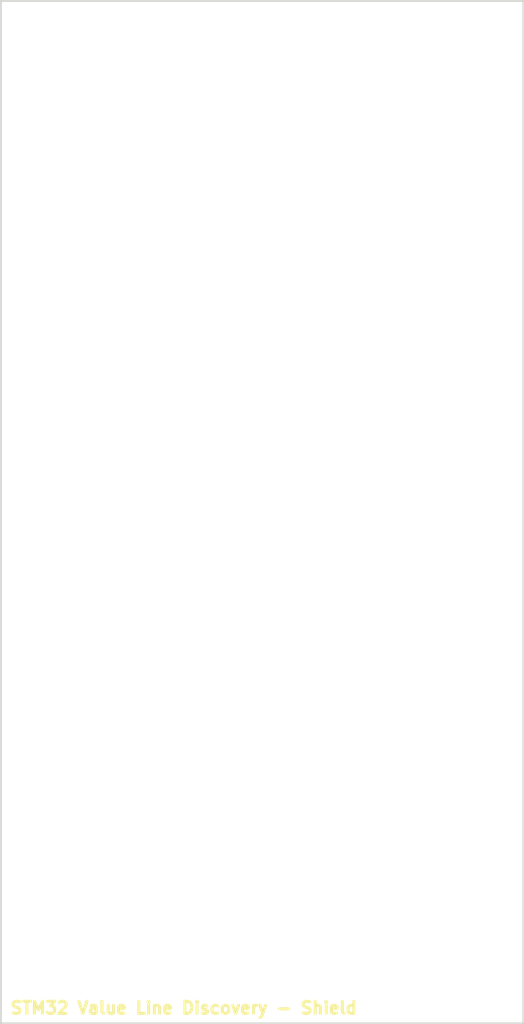
<source format=kicad_pcb>
(kicad_pcb
	(version 20241229)
	(generator "pcbnew")
	(generator_version "9.0")
	(general
		(thickness 1.6)
		(legacy_teardrops no)
	)
	(paper "A4")
	(title_block
		(rev "1.0.YYMMDD")
	)
	(layers
		(0 "F.Cu" signal)
		(2 "B.Cu" signal)
		(9 "F.Adhes" user "F.Adhesive")
		(11 "B.Adhes" user "B.Adhesive")
		(13 "F.Paste" user)
		(15 "B.Paste" user)
		(5 "F.SilkS" user "F.Silkscreen")
		(7 "B.SilkS" user "B.Silkscreen")
		(1 "F.Mask" user)
		(3 "B.Mask" user)
		(17 "Dwgs.User" user "User.Drawings")
		(19 "Cmts.User" user "User.Comments")
		(21 "Eco1.User" user "User.Eco1")
		(23 "Eco2.User" user "User.Eco2")
		(25 "Edge.Cuts" user)
		(27 "Margin" user)
		(31 "F.CrtYd" user "F.Courtyard")
		(29 "B.CrtYd" user "B.Courtyard")
	)
	(setup
		(stackup
			(layer "F.SilkS"
				(type "Top Silk Screen")
			)
			(layer "F.Paste"
				(type "Top Solder Paste")
			)
			(layer "F.Mask"
				(type "Top Solder Mask")
				(color "Green")
				(thickness 0.01)
			)
			(layer "F.Cu"
				(type "copper")
				(thickness 0.035)
			)
			(layer "dielectric 1"
				(type "core")
				(thickness 1.51)
				(material "FR4")
				(epsilon_r 4.5)
				(loss_tangent 0.02)
			)
			(layer "B.Cu"
				(type "copper")
				(thickness 0.035)
			)
			(layer "B.Mask"
				(type "Bottom Solder Mask")
				(color "Green")
				(thickness 0.01)
			)
			(layer "B.Paste"
				(type "Bottom Solder Paste")
			)
			(layer "B.SilkS"
				(type "Bottom Silk Screen")
			)
			(copper_finish "None")
			(dielectric_constraints no)
		)
		(pad_to_mask_clearance 0)
		(allow_soldermask_bridges_in_footprints no)
		(tenting front back)
		(pcbplotparams
			(layerselection 0x00000000_00000000_00000000_000000a5)
			(plot_on_all_layers_selection 0x00000000_00000000_00000000_00000000)
			(disableapertmacros no)
			(usegerberextensions yes)
			(usegerberattributes no)
			(usegerberadvancedattributes no)
			(creategerberjobfile no)
			(dashed_line_dash_ratio 12.000000)
			(dashed_line_gap_ratio 3.000000)
			(svgprecision 6)
			(plotframeref no)
			(mode 1)
			(useauxorigin no)
			(hpglpennumber 1)
			(hpglpenspeed 20)
			(hpglpendiameter 15.000000)
			(pdf_front_fp_property_popups yes)
			(pdf_back_fp_property_popups yes)
			(pdf_metadata yes)
			(pdf_single_document no)
			(dxfpolygonmode yes)
			(dxfimperialunits yes)
			(dxfusepcbnewfont yes)
			(psnegative no)
			(psa4output no)
			(plot_black_and_white yes)
			(sketchpadsonfab no)
			(plotpadnumbers no)
			(hidednponfab no)
			(sketchdnponfab yes)
			(crossoutdnponfab yes)
			(subtractmaskfromsilk no)
			(outputformat 1)
			(mirror no)
			(drillshape 1)
			(scaleselection 1)
			(outputdirectory "")
		)
	)
	(net 0 "")
	(net 1 "GND")
	(gr_line
		(start 76.2 118.745)
		(end 33.02 118.745)
		(stroke
			(width 0.14986)
			(type solid)
		)
		(layer "Edge.Cuts")
		(uuid "37ec1b25-47a1-408d-95b2-1703620fbc57")
	)
	(gr_line
		(start 33.02 34.29)
		(end 33.02 118.745)
		(stroke
			(width 0.14986)
			(type solid)
		)
		(layer "Edge.Cuts")
		(uuid "834c32e8-eb4a-4c1c-b06b-deca97b38e8b")
	)
	(gr_line
		(start 33.02 34.29)
		(end 76.2 34.29)
		(stroke
			(width 0.14986)
			(type solid)
		)
		(layer "Edge.Cuts")
		(uuid "dbf700cc-c4c2-4f71-8814-a000c13832a6")
	)
	(gr_line
		(start 76.2 118.745)
		(end 76.2 34.29)
		(stroke
			(width 0.14986)
			(type solid)
		)
		(layer "Edge.Cuts")
		(uuid "dd9c4c07-fc6c-4251-84e3-d41fb86f7555")
	)
	(gr_text "STM32 Value Line Discovery - Shield"
		(at 48.133 117.475 0)
		(layer "F.SilkS")
		(uuid "f94f635a-ec48-4859-8c8c-e5b1d2827fd5")
		(effects
			(font
				(size 1.00076 1.00076)
				(thickness 0.25146)
			)
		)
	)
	(zone
		(net 1)
		(net_name "GND")
		(layer "B.Cu")
		(uuid "00000000-0000-0000-0000-000050827dc8")
		(hatch edge 0.508)
		(connect_pads
			(clearance 0.508)
		)
		(min_thickness 0.254)
		(filled_areas_thickness no)
		(fill
			(thermal_gap 0.508)
			(thermal_bridge_width 0.889)
		)
		(polygon
			(pts
				(xy 76.073 118.618) (xy 33.147 118.618) (xy 33.147 34.417) (xy 76.073 34.417)
			)
		)
	)
	(embedded_fonts no)
	(embedded_files
		(file
			(name "bitscat-template.kicad_wks")
			(type worksheet)
			(data |KLUv/WAzVK25AU5WBNIMKMBIIuMNLFcBAGS3TjIS1COGQYDc22QfvqRlMrZ/wA5dMAiCIBA1yUEn
				DacMngwS1XJS9pir1Gp6uatr46Gc+0qskDuGYQ0/XpbxY0CYFrkp9sgCGHRtabo+b3lWuMmXRsa6
				IqBBpOQDqRw8XuKT6I71/7YBZssbqW2tJld4qB2qSIBvYFmG9/2lCH7xywyKBTVHN9slv578vtjw
				IGFF+XvZ7qFK6bfRc9lrHybpapgM7qH+rcVLqcWBI5d68Lee9NfNKLb0P+J7vq8kwE7U56X3CKEm
				WayNPRKmwmzZfITVDAG4Tmt+jFuaQb82KR4Rix5YvMf10LnP5gIBS9JnmoGRuEVzkCRk3aKqAHKE
				nh70Xu0ReBM46v4ZkkSnPRADZZRkyRFMKK4iPyAXIQyRSLGXdPWkHJjJQOXBMTo97Tsi1Yp952kg
				fT9Fx0cx6/K8BVKkbc9aoATZWq8o23Jy7J+dIgSD1KDIGkeLn6OSiwJd/TJ1bU988po2nxV/ekT9
				ip/wVsMl9hlhAEH85qRCoSdNYeF4FnS3B8VIDYOV445CHWJ9n3vGWj6mdByohOSFqNl3tLcMpkl+
				2aHmwCKInL9S5GhbJInXp8dGQWcyI4ER9ef4gBi6U0L149m0u9MC8gQTWUwwjg28gcFEV5+F6+LX
				vRAICpkWqI1nU3fbG54GEQWm/8AkLMmDeW8eI8zIQjnpvUl6r62YMY6nnPAFBXavs2+DO17lYsGd
				3DOTqAdtZTS/lgm57U+dhEaIw3Gzv0qFc1D1yz8PhrsSoUgT8oUtpx52snvZgFL/dUBBpmUcQz4G
				EKrJ0lRi0FFwGKZuaVWzMc3JxhTQq2jqsxUfFDY8ISLNQtFREqzgN/PqEcMx8bwTpG4y8KLxf42x
				vkIwg/r5+k6cCcj/j4x0Mb7IcI3enQGR+Vta1RmE0ZDgiWjjPRlK2ni4iZe+F57fCs3h5klogfSb
				J/PmpR1hHLBkKrg/Ja0rFvM5bb3kEbp83ayutkcXwBSM0KRH90yyUGk1coGDO5DPLvoH3YjXHwgo
				HZ+4aEXaJzKHqcgb6GYnRw17PgoP2sR92YgqpEWtZPFHQUeoFNJiUevhoKDrv04g8uL9vPEPCTxI
				ixLSjA7k/T7Z0nYIEYVfjkyQD/MQdHrKFVCMBfEweCR5vNLeDm8k/9aYYDvzV7vw4vckin9T9ufT
				EdHEHw3TrWPfu4XiHv8PfFe8RGJAGBbBtWZR0GvnxSmIeFUUosZy/tNWbWn3amiQUMMC5l3Lh/oB
				kxeSOjEY7YNfKmTVkL4wPglR845CJMcNKMpS0nesFTAiBiht7Wg0I7/h2zW0Hzc3Wo/DIeFuI8Xq
				HmjLagtZXtAvpiEcz4sbYtcCaihcegJpdKW5ZPm4MDC62EZo+cMnaBdrD+Gmk86Tfy4MvyOIiUL6
				RygZR/1eJ+wCQlKp3x8SBtYoOArVRSgKv3gd1m/89Zht3SaE5FSra2XuC4HcuU+qlKwZPEdG2OtZ
				CHBqB65EIgIfmGdiLjXXL97cz/rcV1XegYvewgWfvrSxhzRuLWHrmwhWMhbvDstTF1Bl/EcSedTW
				gxkFVdYaH1bueT+3cCrxSPqAFOg/vwQ8VJDM/fcha5Y+m0RU3lESLSOKk6LZxRxTB3YyYjMrAiDF
				5m1l6sFpmaj0lrj77H8Sg7SmzxT39om+8PLZ3+luJbNlnWclVCHScb3fMGI8VEDJ5D+Qn0zo5Hkr
				pkAGUPRO1m8zzRJeVzrPICU5Di4sRNree1nvdjytK6OCv4ktvNWNO0kMN/0YQnCez77iGyXu6SgC
				duIFvDNLupDLph2j0c/It4+VvHnxIjxJiERpVBKXvOkl2OtdmQRl1AVBmFDWtUg7G1PdZNUQegse
				KKRrBaedPZKAmbVUiQpOh2G5nMX4+EuiVaSHsMCcA0UlClqMk69eny4joYFxVoWkEArTpxXopNWG
				hAevMLJdp1jsI/gZY4RLGo9NeAQCEYO/OxsLkl4FWZqDiAIvjCCP/2GBfaxK3ABk8Jm9MD3+RguK
				AIsIdzRIz687Lt4aEq7Y+S6wRuB85LR5hI3AYJUExRIqNAipR7wj4Up4CwzbhiRBk1SouYZQKTcx
				KEJl6yx+oYI3uSE/QwVeQQcpRk5iO65FYsVejUNBYMp3DxGYRlGZlK9o3bFKMZsCNBXog4mD1zD2
				rHxW/Am2VuPFkYEXwSiK6vnteAbqdtkhck66BoV0/Olu+TORiZI6EdhADGwzcvivgxmG8VLBcPOE
				LBfGk746UmxGuJgyCCSuddKebZ/xVgrctG5Gulfo991HXziohDZFEM7t9uXVTkjLLztKU+Vxpltz
				x6velwO8bUiBgMJaXO7r6ALIId7SfNsww9miD5MwBAK5UxQ6ElgW8igEx2BXkahRqedCyLwCVwmS
				hUx5eLzvpF3Er951JkqBIQ443vr53h9cMfngGE0z+G9w/VpSf9vtAQQHy29v/rvBaAf6WlbbgYH1
				L1QcQFBu6qiQwe9f3tFu5Wy6Q0cSWo0K/Ov9F1ngAGYWLckwXn8jjcvqFtJWO8MAzjxvvbgjeq4E
				wToABRs4GOjvR7NjzhIKxDQTfFziC6v0EJ3FOAiWIJxQ6ZsLrKjvpcpFTVXaDJd2Y40VpX1i78Vk
				wq+39JNppcgyM1YCNlAMj4kJkXAH0QOzMJA0eAVd+1FLfnS/iMB78uRhYrDtSRroR1ZAl+ZAQCFP
				ZzQPpSBYqQAT6U5T0D6TblNfyI4GlBi6UdTwdv/wjkNXSLaWgpCP8QXHflH1yCF/DJeYWGXxCl6w
				D9ujUw6QE9IjstMqq3skjo3/aqktEiXS31EQwuS+oxJI/x/SRyLmmQhOi31+SqpEap2PDrJ/MyR1
				NA2EKpLIPVvO4pUoj6J61UMkcFO2xBFAZOQ/jL0l1KtaFJbF/FQs55JNFN1g5N76QNbY0DlgVGzm
				iLQyVwyiOAUc+4fFfgEEAbI0DOzN4wTiz59DQh2EIbGaO9mAKREFwi7c8WREZeCAGOQHd41FySTS
				ERzl+lYH9/SWSbgwBaGMv3ICX0JOEVWRLXfsEUuDjRQGzSQWtJ2SHCLFYvEjMMlWEAmeKLJHLyg6
				ELCh8+Bc3n01PdZGSBAjEaf4SXkDYizdA9r49g4FPaIO0lmlTjSkO1ZIxvEn8NKMwgeDgUBy7uZL
				En8gnBP2Oxi1WnI1zgV97CtrauTIw5i4/Jg/leUGIEx/C4+lYsEeTJdBkQnr7rPZHywiFd6y0oPf
				vxXBauNpEAZU+VL7faRFU1sf2AanlA8NyQBRCPVTkdo2QlBDyMffGezPibiJjDcgKhTnY+0h8V4q
				AYf93hgsOJAG8RSuMVsNbhUO6Tas7EhCARpUg+cHrqk1VAZu5NlsUVhzlZOQZsUPsFM635e8bl89
				NRLl29N+TWgA2QiCJ6BkBVELYMfwgIQzA7HEoRiZRkynYXy1N7MNA5FokDGYchhA+q8nRzJie6Bi
				IA3eExc8n0iYPAf8mUXT1RUokJT31XgEIiwEChBEBUFCu19k48NhKoWMwDAwJiTxaoEtVc01nKbU
				sV2oEoHqDbgBwhkJGA7pXmXcSFTJ/Tg7Bmdm7tmNE3to6MElniXGo4HgzLTyjsDydBEBg2gUxYHM
				gZJFnK6EKB23PRULsVk5NBAChpSKgDgoOIEGT8ZWKGXaDQgCAkOwDkxBwuHO4rCEWACxCB3Ciz+J
				QiEo01KwEtd9uBCII9J8DJ3hB3IX3uP8R2mHpY+qF0FuKexVVPSMKXQAwsvbGKCORwCrvi7hNo8m
				EkloV/cAGY7JZYKT5F1e1yoX6pK1X+n+C5AKLgeeWaflGdSF8/n55E2FfeGn8EjhhdkGAQDAmazT
				19fzVcsGW4v3bYZOTrQta/vxPwclFPy2ZzmFLd3jcJgKwADSQSYcAcFpnqdhngMWA8yVLF/B4IDB
				c4CgacmFI0UMDnAeCNto23cctTTR3ERNQ4gIB0QCYDm7GmCiDgMSjAfbIA1oDGiWAx7HAMLTOAOI
				OYBZmOcAiDGgaQw4QMJskK3ZWBqHKWySJmGQ7YLNywFLM27faVxeDhhUhe8KklR9UcQ82m9SZk1r
				OhmgMaAZHLAwUlawCqsjLTRMwyRSAxymiX7RAc4AlAUMgJOdAAxwkIsGexrQMFuyW5qBJ3XfTdIv
				sbIIAwYGOFYoeRDTiyIBGIAJwAAHw1ws2JI54DGAOWBpNs76PClMgP5sYQogAOGBDoAMGEDMsjgH
				LIwBzwECaAFS4XUCJPD7LAUQwIADmA5SNxoNScN0MMzSAMmZOt6HAmoMYF7SQAYsCMTCOAUAAIM9
				GQOgxoCXbQXACMAAR8R0IBzQ4kCNAQsUAANIIo2SkTYGOEizNQ1YDEgwzIbJaLClYzVgMWAxwNEg
				Ha8ABGCAuSAZjtJsLFiHg0W0rAPlaWNhDGCkvEEuEuA4zdUAEHPAYgDqSKTdZKSrAaADGAPMSfo6
				IqajAAAAQADah8N8lwMIAkiAANKEmYC1FYABDdZBNkyGyQsAgAAYIGIYxmmWxgAGm74NE1IAAATg
				VXsCEmSZqgUIU0R9hslfSULB4Lt+Z494srvfgoTXfNrsmqZ4YWIpoo0qx3+8ImbEpbW4JIc1i4Jm
				tWGZzAnkeWb+i3quv6aBYQKxyKqtLIozqgfvCKu3xy7yqUJ49Au8dJtBYf50TfLUtZF7pg7ywK6O
				m7/BUJrAt6zSHzlOLiLzF9xyrc6ADDhiFOZbFn+WaGAm0h9TUN/gRsNqtissGNhEyXWqDFCKIn/p
				LSSO6CK6HELOGdKmzIxxLhaYeaCAHx9osdQRKxf/teBlc+lQvi6GvVzf0H+lEZomjswVFDCPxNxY
				8Ys9wszDq3nnBDlp2pNpatECEd3+l0/wGKfqUFgNOcK8LxWsveszAtj4ikuutqxx46S8nL/uqcS6
				ATP5M+Hwzi7GATvCHmLHYZ7j0mLDNMcZPhil3r+kEBYls4Zh+9wTklfQD2naSSDZHIFJPEwbUEYX
				v4I+UMcbR0IC82DqPiQ2VFSfkrlbbSNh//+/H0wGztY9Jh2bpUmD0Balt/+moP2Xb//uJcSrgvD4
				DiuIgA8neE3h7eqpiDeNz7/SE/qY2H9oxf8q05Bv1HWa+6KE+2B9w0dG93nOUlrafzVhd4mQq4bR
				CrSZDNmXINRri3yQOv5Lb2QeVvFIoo3+D61HohEgnEZua1svkUotjfQXLvR9CeZG8y/uvaLAobCq
				LsTc1rL8UiTy6P2hY3WMkkzkmHs0/52VHteEEUfbWlzV8zSp0OLRL+LHgn24hPT8L8DthIinRopT
				7tJIBY+f0WqHM6K3VIHgY5U8HuiA/W9G61Dagxts8tbhI0mVLp+LPAFfVZPl0ePP/qPyxOfZ4XhR
				WR72SBKrPY7VGaDjLCr9yy+M59CO/2EaWA0IQxLlj6kj+PGXp94LKAJMpDC6jrIDauq/glHWK/Jl
				CSmRxpNveDegmPAlBSYtKD1FoGiExBLQkLxk7ltBITA5gUkja6MEYVBOijNlfpwfO0sl1nr0nICg
				cCJOilbG1Hfe1GNQoQxRMXZVnwykEOtRN9/5hNQzwzZRcFUUef7UmomdypfwIFdpYoLw3CrwMZAE
				8/iRfV5znMiDn2CQjm5tJWuz/aM5yDgIzz79BSEFt4cgiJhOQPDS9PEuMwZ3vRAKlzOJGid7Gorr
				uFxKVtsISeGNmUH7M8K9XptzXHzoldbDy6TXkWlzNoaHZ9OASxsCeS8nKowgJv/fzfEKuVsVtQTM
				RYOe6uuT0xCxsB7RvUXVmo4QQMjZsgdvU8OSHJVa5JBs2/d/VGfuuKPwgX2vXUjVfKZc1vrZHOYS
				AjxJ6QpkkxMzcBq04tRLJLjncF4F6p9zxPcL49eT2fVx4F1+oESxT8VmPsGMHL3eAuLnnPhCVxU7
				DyRHFM6ufac/7rPuOM6CkyKPp7JPUv2j8pu1b5VJdkQQndTSO1TZyCQyUGmsVqKTzeIXQxDo+N8c
				wvBnK4Lx5dn0g8v8kqeOhS54UCzhZ6XAGs5aw1sulkTRlILq8LrJAzo+FyO81RucYh9hc+mV0wRv
				E//AAIP/viCSwqOu2X2JwRWIooR0A6V8NBZt3u+wtoSH/GWffxc7Pe4S7Hgkm9rwFFdHvQthP4mw
				0aBlEu4Zg8ugwUsBOUHKyOgaTbP0Q0XWZ2z926iehXs1UBlGVV5h9p6JP3CvgEbfwLlrT/eM5SA8
				3l6WVOJLLGbAMHFnEta0qvGtqpIpGXb6vGRFqjjOHHgdlyk9xWgvkzOW83oy9rn+A7YPDQcz/eTF
				R9PGmHofDOKIo2gKS1ivXhWRZrLriXZR2nMyUA4Kw2QaTpEc+fME3nILZTMUM8/C7pwwVKCAAQLz
				QCS4tzjewUTrmaXEBamxFGcia1VOXWwkkpPxx0GY3spEaFuf8Ma73//drNSz1SnupuDudBVLuJ2g
				6jATqPbVi25JczOIH1hDMmG1rLvP9pK3/j1ZVDW9SfpcGOKlb+mzjSa/+GSJI4k6Tnz4Vs7tRMCB
				NcxClQml0Vp2I2bDjeS6xXJ1EMLWC3+eoCFWC5TrfqI6GZj3e2AXYMxSrkHgLdB8FhTm4ybau69p
				GrY8raZiI7D/SZ9IjuTxw/pn3jMUNC31HUAOovk66PFRXB4MGD30/PoDC/EXz05MkV1AOOdiJ/NB
				w08amDRirEfbEXBbRiVKL7AoHjLGqfFPsZHGgJCenD5r/cIzNHbekxseEnx7/IKNxiAcDF46Gatr
				n33XIEnhvvWNytreZ7KLDTECFSgYjBDjUKR6DLMLx4ct2bMxzDuvz0hs0WCID+zhDL+plzhzHiBv
				QJG4BuIJYsj6ekGU4BdPOkBsdQgsiW7PgQtepItPi+y3x2Q4qLA8MyXUhsSjgIFNnTDEprLCSHNx
				bQ4uCjqwrDAkEPzvjlJ/LqZmFwglchK8lQgQqknPClK/JK695C9SXSgOPHwz5x+V7fiI1G7fNy5U
				imiusT591j5uzDyzU1efzT16qidsA6Oh8AHPZTdt/igOb0jIZAh5XhHSNPAMEgOVm5SGLU3YCo2o
				hTzO7X9SEaXDcyerGwbqDyTSwFEcjlwTO7COJMHPOyMNzqJ9u2xGiP1pRT7fjamzX7yZIhZrwMIM
				tvK6XxmJYjgLENff4MWaKJ7/4/AYZ7yDkNmt4tdAiLCA8CK/meuxkUp00cyZd8avgLyIW36ziQcy
				u3frkq1xxMPMEBW/Mnvq/r0ZPMYbKnsoUcSBH7kDOazvNmadpicduDkgLI2Emd4ffMVZNhTvdUh7
				Yt5ghBTrmJ0jVGjTW3/AGNYptiyKGr/A8rne/xFpYkQ4zTvoZ8AI6tAjlf7GmGkyltVvHPqWeF+H
				N4k3Mgt3YJC6xuWIlzjWTaTHCyk+Y4uYIpt9+ofKq76B2SBHWXve/ouOfzDVaUsxxcnn3sWNQKY6
				ELIaBZP8CwenOosfXBDB/+6PULKIaMm4YNKep63cMgyRrPhOSdwiqVK99p06nPp5CSVx+6gsyUBW
				Y5BHzD36VpwBifyb+T8WZtFZxOTTHSkcpJ+gqaevA4t0/0fELAL7R/xd6Ejxv8Ybq8rl9288ZKM7
				8OnfxERAXT/+g0YcUP9LjteZiCPdhmvBCVAzMWESCE40VhQf4Y9QhQsi44MLGtGzfWIa1zDiX/4f
				KydqgHBI4K1UyyiDlTPwFGzVq4/DiTEqfIlDHLtm99zNdwiO86hHx+wVnE8m/D189BMhMrmvZDKM
				qk79ljXNp3QzDdyh+n/1x02GtJloL5aOVeK3XqLyS6r6PRHsOlj/zTkY92hpY4euWWzcpd1xk02n
				xz8NRUJsGgdEa1hAj0fFrgezXZuMi2T159CqWPzAuDVeY37G2Aw+BYLrl1q14leUdUkT3wdlrQ+O
				Pvn9NchwJKc7eARnEBJxg/z2jOcgNwgCPX8gfKPoJVwSeTaXV4QbPOLB5oDIuArUPz0HU+gzw/k6
				4wbVM8WnE4ce8uA/11uW3oFyu4ss1KPOGhsP4/dsqTMOWi6eXhoMiVOeZ48wdau8/gUWwgy8lvVj
				F3gJSx9QaY1afIMDXXm4zYmAPdYW3EwWRHMrEULbNpj2whE5Ha2ZheYGwbPnuEZ13CVRa6Er4WGo
				hFp8V3IE4oVX23qqiw2mdAJdorgCg8n/xvpzWL+rwqBQTX6BCjzQuJne1caeoyjxf9bGAMLNK1QQ
				fdIqfDI7cu1RzcpbsiYZ+aCa/DZftvA+MYyKAOr+f9FS/iL7x2mz7iOpIg1FKLiKTD3zDVPrPXGP
				zjYCsnQc+/QPkfY4mpila1wlj5o/00XlJz5x6kNh8ep31jDeIsl2UBwIsvFJS3GUO94eKBiRTFyO
				e4OOnCaIWJt6ttBwHDRHADpPflCDZi4END7wbcSb7Fxuy5pFnVjNNwYfW+MmWi2ktzDQihlg5lht
				97ONPhLZLx4OlTr7j/ocSeJhSEP9mRk/+xBhqxN2S5w8Ba5bPvfPS+Ks6DpIM02On62akZHoTF98
				jUfSXIvvH9rxN+dUp756nng0l9ZH726Pz0kcf+tBm9xNRLT1/6tESClmy9JxFp94A1YQoJ8C8nt3
				UytGoYTADyn6vYBPBIJ16AWuMp9eAt/HeFnVb716lmpFCk8e6PNUfp5P68CwoxSjY6Y51XTDqkUk
				ohSZuH8HN2gwUznFmOOS1yRu/Oc/kRnAlxo06aSA5kCjlU6UgVWOl6inuEUt+BcU2ih4jaaoZgFl
				ZOKK1efPSk5HixgM8XtawcC0JOnjKoYksotjL5G+wS2Ftii/sHnCckhmosCIXIlPyxs/k3p8f7pM
				sLdKbb6IBked6wFdPB1wfcJQDvlL5PStLwMFi2UQ+Bnk7HkDB76RnAQk3Dq47X9ZWNbq44+9iQKb
				Hr+xNgU5afAFVrV2VtooeTqGwTFim8QO8dEblg4o8DsPcXUkKk44fCHHexK3qQ9T3/j0h0EqWUy8
				JX1oXhFSsPFI30tNvOT1bibp2mTpfNRCb/7j6kuOSqI52SoSCO+5qscr+53uL0INn/hr3V6/pD+c
				yUjL8Nmn3eLfQDZgMCdDIqzgQ4FY4kSmpX0F8198+s/mIF7lhsddLHvxbbW1PqmMI9GuZX5Ia/jb
				mB+sbBoSe1DAKKOr5Jz8WMIo7RCav6AkBLIo/CGrn5oxxpw9+Z5cA0/idlVv4r1y/GKFI5WFuTtC
				uJip3x7UmIhMDsMzpyAdiGBbaD27IEwn3Udc43vdMYVEARl4iBKrE0j5ysvRzUvUwUrg6y9p+m9H
				nKa3biI8fPP44caCYE2/Xr7Iab7x2U6sTAc9HLLHoNVmctvaMgRWx8XMZ9uEtVJV/C+5i9bQbtQD
				CSAdaf0CypdoNboCwX1iLDDEjTGhun3aA41MMImEnvF1sB2gvF/ULNVcdCzP3qF6sFdr5NfWm89Z
				1mQtKLw7rtPqVQ8BcYBYdDvl9bgdDvjfIHB8ZPupU4HD55P/GDfC8q0vYrBwcCgPz1zqzhQEC48P
				zzGGt6Lg+WX1TP0v1G8ka1INl/U0Il1e5u/FETWft37Xs1AZ0+NIfCgIVWIpXG8ReoNbVh84sne8
				jknCyZbGnc4EQeAOjGn/e4X3di/w6h9gTnwJSU4jbUkqMUH/Fz7xfMyTj7q0q+ciWvXS2zpOJO1F
				vygosx3/rmTRQtQ0DxRYY8QxCUjufzsVLjyeAtxRs0dLb8nQ6sfa69VyN0/twqRzwPeep4yOBz7/
				BDse6V6/KJ+REVv11J4o5Qr1nDGVYpAbmtvj9+YycuH+Yn+DN57E0iMM05b+CXS8CSGWcAQhIXy0
				QxDzr4umEbOCxc66YWu07u+MvxffwUz/aX3w2Q6z2ZZnSfGPxQQ/QtWpzU8lW9DI7veE+L3bD4rb
				IFn96qdt40cQwUwoTEw5uamFFC8gSTw7YQTPP4YGswFL+NPue2lQgo328WNOGy+9OOaZ+a7PWj5R
				n1OPr/pQ8LxgYfPF42LEPaK4EChyEJh/O8r5v9EnAX4/xoMSj388Qop6xar5DktHIr//8FvYQDPq
				6PQNKrZ+d8Q1rS1DKjqJEDh8gV/qSy89ZMwgGJtfKqwfO/13L2o9RQJzSb/SxKjdliJD2IhgLqgi
				WMLh+kbEXo0J2XIP3lSXdP9cEhFMLvGo10L7Gn5ZSb93wNJlOTz7bXsg9oTs++RK8L+MEolfAoG5
				NwyNIbFg/nGPmSdF/n8HiRIyCSC1Bf8f1/D+x5WlEtXwDcz6r+d2Ux3v9hyX2PF8UCJowSrxjyRB
				FPghv0gM5vStlvPtIKUec+wquN9u5MGfWyXHBN7J7i4Co9/qGA/8908gNLfcPbkFE0HEgq9xlV1P
				vnWuXRSYPX03EbJRqwUOaQ7hs7icGifTDe0n5bQ31/4xmQSYze7/JT141JikvwprmuNIzvOfS4RK
				G6JhBlGjEtEf+O8MNMGoCOD0n/WYq2IKFJvWJd69AKzCV6mPHmhDWH235fAh7ypzrl+1ipVYQWOi
				oWr7nwhqq1jkMaMNIzuKCmnw+tHuEIynH4NYBHgtIph5ZJFZzKq4LqAgpeKOPnb14Ye/xd3CFBl1
				0oLGyMtPAooXlgmXWPQXrJ0+uuvAu+o0s1vV/Iuy/sw20t8d90BuSh2X5NLsYzqR15LTooTZjRhk
				J5j32FkH97mo1vIpaAz6albi/umQwskaXIVsIELH4BHcDejspdc5zcbc/OPKi7nv3mYJfA7xo+Uc
				cX8Ba9iNh6QJf1X48JWedR+kvzPSNr/9qL0WhqsKZNUJKgP93aHlPgIPBBFjM5/ABlefECdnmS/V
				0SCeHo1/arZka1qoTnFwc6ZKXgwubs7xmkt0O/3yrMSdUuBum8LgO/86Dq/Qrc8X3TxYd5uMRhE4
				VJ55jj3Y+Lnx4pfUU2p9wVsTL2QR5pLkDhpc/ViC21efBFj9sOnJG7MgH26wmntD8Yv9Gfk/apnN
				FgOiAq7wvylCM7FSf1QGh+E8S2lTu6VGjYC8mHmyUfgEWj5HWAxch/v1WQmstAeDCUcAMf/cTSIg
				yDtwfNXv5uwOuCEGnvBk+7GJb3sUaMzptcgjHuN21253rAP92r33vi8KXMf7E8+qC4XkSP7bEqjY
				4r9pZCkwOgJ/HwEZBoNnOFEmEK6nEvGegL7/hirovOFJD+Kg7HgPE/AB78yqGIWFZAJzh6RRGpof
				SSQTjOH0cyVJ7gbPZPKLx8D4/9h3edAUYp623uLcg1nQCwb8CuiYSPypYngSnfipwrGw3qnbd56W
				1IPtTB0h3G+HVe0RlwVIA2MYMVEIDW/7hAA1EALKA/t6gXG536CnwU2HiERbAUGU7WsxFCrzSa9E
				NLHSN5gKMQnwIoES78RKPy4EEbYvqRxwDmzJDxYSruaF/PHG4giwDV4+OvEv0eY+5fZ1IfAGV3XP
				rrnIUWrFHA2tT1yMUFSQmqFE6v3g4ONffxMiw3kswu5si1sbUfy6vzEo9HMealisw2/NDR+RFKVS
				OB0Rpymhx5uYIrdgEej/MCskCZpfFBshE3lfg8cwpDlspmalL6cJrvEGi+Vhe8j6gVVuknlFSKEI
				453xKCr4MUIps0QYKn4UKSDeIcIg0/+N4YNXc9OxaB+92oIfPWZzJMQD8ikenXsBHlvHnbK8Gsp2
				2Xj309S4XMd9wkW58G7WyQXCeGG/hMTXY5d0bQrtJRXsHsxhLhAUE334TcGmB5G6wFOMrCU/o5w6
				jPAPVeuEUQ6r+her4NpBUYb4D8MSDu5Z6XmV+kZNWxHNrAdafgQTCwIs8bstPIauDlRk/JbgsEE9
				3thzPbYNSpK2yFVBNOupwI1wmOeIRpD5xwcUC1mkzt/XnAaHptnzGlt3jJdlIKGASDhzLPb3Rw+u
				4xp32+atF+AlL1bsGCZHeY96QOPKiMxuflFISrB81aEyAWIsoq7f0TySVtiCVH5fb8KAwJIA8/Rq
				sOthMPQOStpPWptcxMg3L/3C+9ZYVi9kCSYl2ZJfBR0M7O249OLTMkjI9Ysevz1sgvCQeJExOP/A
				4rN9Pwx6kMps8d3j+ot5lcBlPMZJsWGGhqrz54vHKoYvehhgi7YL/vAv3pbDtZ4vymt8Gqdv/yMP
				4yxE8FgIxbxJdEL7o5tcz3+FCe/FLD3jYLyDbBI+c01NMwnKr80Co1QlAiliu1eoWPbW9toCCi5o
				AhbYV+XVp3L9qv5zYJHmx+/EBR5j6BfkEXkJ/5g/kQnNVkQuNHOvn2zw7IOAHIbAQo5vsgrqStuT
				7pSB66zix6pFIGAQX65eLIRHvLHldJN+6VXIMwSQ8rl3No0KEVENj18tXrC6VnBZwaR3dw3MSITi
				mverytK7hEABBTLJGprGxHe0hdWC6ICQcya0rm1BxpK4w6zsCyCkNJ5MYoyNMrctA3U+/KU49e0l
				T1qvhRhiXSerMDHPQonWkXh6BiX/QZUmWJ06YqEWvJSWgD+HN/YjZpd84FTGoXe0+hdrSfvWIZyQ
				OKO5fnwLgiX1OAlz6g+vIWfxn/L4RnctmHienO1s3kp0nSMr4tj8Oi5r7sRZdvzAM4mdyCChR4rA
				wfLb/wX4EwwilG8nR+ClP2yVRSBQG9salxk2sZda8kKyCe09tmDS4F/HZQFLnVtiSxhMwNzfiVk8
				qOPYib28Adbszv5TeEuZUGCPVmpsO2bRW6PHoJYPryVz5qn+mjxQQYfhtzxVc4qAuSYitIGxOwW5
				0PtYhH1sdX6BpcK4sFhnhzvjbAYxb9FIeXb1ig4sZC3xgtYlFYu+hs+wAW95gSXPhxs9qg7vm7rD
				CW02ipZ75s/KQzyFIvJAetDZXmE5vP9OeBVWuS2KixhqmJ6H+CWIOjqurP//RjJ5IGgBlshK4Z/U
				eLjEIL/orEcT8MPKq1712jsm25BOxR448hMe/RA8atTkXl0MfeNwz0Z1ihT5Lc3SxRru5mKpDx7m
				jp7B1L0Sl4xEJb1aiF7odUZzVC6nW6Y9sL/jwbu8fhJW03DyOxG/OOH6K93KXb3eGFJtqIdNTqGb
				7cAv5gyeuvycHmHC5B488i9WaPsQ9ik7lu9bbyvHl4rFdwPJXaN+8fIMJrFAgUafehEI5g9mAo0f
				Lr5GOdBWewtPUqvNHr1RZCVlvfpFjkSTyYb3MtERVjDl4Be+Tf2K8Fu4fPGzLKQHeq+N9wR7ikd/
				Ade9IPL4VWoYyQxcAXCqTEsi+cVUtJJOIsjUd17DMajEAD9ZIQEwQAAMIAAEWNaYIczjwv+3xCyu
				32LFVIHSKg2EKAvWNhEKvDN4KghYO2UQSxWvGtyIIRLIT1GUx4DgJDKmKx8KpBT0ZzWzGZSp0bwK
				nFDMo1HIiEBUkg/kNQlp4hcOskecraocEAjyFCbdx/kk5pglQcY3vpjcxolFg3UwGUCX459Hc+gN
				UP3KGUcnubQwz5nAIdHtdcFG76kNFAZRThlU/y/8+kQKNakgEPsWJ7MBxMWFjlHQ1Du2t9FEw9iD
				aVjiQsP7JtBTwhjz5NMJgkymR9XI9arHnJCJtD1T/2FHCgLDlYJ7ini4UQbBgDWi5ycrPsXXNWgd
				SOE8EU4CgSoG3eD5gXXSzlkSHuJ5xWdVAGGy15mE9htEEYFEO9COiPnnp5M9JTuamE/yjAmKqKgY
				49r7zD3KeEWYN9iRK4qVV5vLLzFCp+oSr1YdVhZ/KhmFEalweHG/SwYy0b8TVX7plTiQk/UHxngG
				MWF7PHpNvSMjuuuvPVZClAd2qCVLMCQyg8d5PZS0sioVgc+GEPCgTeHl5gwRpCWEn8m9YBR3LeRl
				oZ7hEYRQ6YePmFVgR16uk2tWUfbkBxRIgPzDIr1DjbpIyQ8E1OykOp5i0JTpfRdfhqrSKuFXqgHU
				1IPf9hj0KBnLyOTW37kSBKGjBAuekfiJKATJ4B2efgXNkGe3w1Mqj0p3zZVu8MA6gcy90wHI+zy6
				w2I+mfDjs+yqXXYfanK6F8jXmYCDy3uyIApl5dy14cSXFtazcSEpDX2Rv2ursHCIh6UENxR89qby
				KtJTzuEvHiFyyKXVYRUHHPeRJFMgRb/1UP7bkPmcwV6Tces/08xha0NNv0GGfPTrc+0SxCLLgzE5
				PCjZb0VYpeMQHIfoHr87UbL+gyFeky0tvFpYE6s6WBYkV9TV6TRbnSfXiCSNgKNfLBFIH/LrK0pq
				rIzfnA50jk7xavSWh3KaAoKiOAdDG/0iWZ+8Dd8osknFEALVfvGtESPCaMGeCIgeCrFQimdRE1EY
				04rXiq49lTj+8C+K3/0SPx9xVQT2/cgI0abBcvE5TMWOZgckN7M6m2y/+NJicADb1nNL8abAzHiO
				ESoC60ijBEscMtcngmMcrBathlEjPN8atVCBtEnxyi2uQXGwOCGBvTgjizE5ChFzvuYNw3Rs/3go
				8ktuLF/Ws9DBgMgfKaNpxAK4Y36RhoLkG67QlsLJJeuvMpdhNHSTQ2HxZt6Eh86bYp286MfVcf26
				4DAoz3rP8htnoNUzka+dMLJ0fQ2QTkWuQGqfKKVOyeEHMFDBEiKqgtACv1AHCdLtSlVgZABCx9+J
				Z7X7i2MQ0TbwJ5f5IOUtZmeARIPEaQ3223XYkUcMQhbFgnviqTExMpDGg5GPtPpgSxxK0wD3yCTe
				CnWyVH0gGSi2Rn60r3nf2yehFT0e58HZlNYlMN7CXrsUQKuLSlVgSl6AiHlLk0PCbb1ff+7bT43r
				Xz/Oc3BxioyJA3YGHuu3kfmaFJt6YKTIhHh+uPw2Mb360PNaT7+GIl96JZdnfb9+7AoLa97hlkZc
				BtI8/q7aUTF56vWnaq68aWX+rqBHlTzVFWGgXPygYrG2KtpEImBRYjZmndz4XddkYL83NpYvoxFG
				gcqlfuOos+X++6W6o3m4D26JAa2XPrJ5ZeiFmf8SuE6OrRL2v3TCbPzLAhxy0KDw8gzF7OvtysBS
				HyFQgpcw/7rvEffzR8Islpe6SDa2WDrAWAo8rI/qkN8s6sTFRhgy89fzNC5oQgwMHsSMcMqYJRT2
				Kg/t+Xs9meRfZVcFwmaR1X0Sf7/Y3noUeyPYwMVb/EJw4eDVPkOhmcVcZD0qcX0YotMv04VRLf5R
				a6/44/CtC2p4m4cYiDlEYGFvSdqEldd6eJts0l7jMia84IXFONBlV+n2q+tlLpsf0pmVpncVP/Ia
				Tcr+YDUfohS2VKvQZrfQJQuVgQSefVBwEHzYv53BcFYXUWr2vyxhvz3OltfQnoq3M9/L1pY2bnpr
				k8/5uNesAyl5UWGnBg7P9cHzPqQaZ2ENQ8UG1kj04++QWt+x9oxDTLz0GClF/vAl7n6VWI6/BVFc
				hEQfVibmJsfzUsw/f6Hs3/yCFwgFbIr/LzTkH/0UmgNlEsfE/1t6rH5zNMMhNLAyPzHHFf1v0lZX
				8dEPTh3UTmQK5hIsUu9wUVm7Y3XnJuo0APHO4nK1/xYugiJ7CYucmjj1EebSW4rXbwokkElB3bI2
				hoeBtf1BtdyFgkckCmy9VIQY/PL9f3XVbNTqxiG6c+2zvLM1QISarUYKkhUaqQLmjjERQ4KaweRS
				z9Ap73q190SE8GhPw6clcpyQBn6/fi151qmtGHCuZ+t5x9qw7HOPW7foOebqQHaOmObaekDolgnP
				5iwkNMhIclnPIRiZdg/ipeCiZPvld/1WrJawuMU2unn+NAW8OLxniK3/bLdTiT/jz1KF4GdFguOS
				xEoc3hQ77YOZv9FaGO//JYHaJHX6NVd6ogDVypevUorqOQYXDhh6j+5ZYDXWV7Gkall07ewn/hDE
				DDKqFh+KJjFw/ZXbkpyGeCyWPEcSaP5aBXpbWzwH85L3b6JhfJJHqo1GJUFiv/e2a/EjlOo+MEf7
				+qnQ27TnjvZSEgQHfARAlHsCu2gE2qpM62NEh8kyKrayLw6KUYj4bbsgg0FtuT/5scDxZiJqJDz0
				qTaGBC8ycT2uragFmDL5xHS48SPqlo2NiykEDFi5iq5O/t6NM8RIBlRZi9JQbUT3FziRaxhqpWXL
				xkK5hZNgGZptXxbblr/DhuUQvPQvuEUMLkvfUNzMZj5hV1cPovppZDqy1Fpu/eii2YevOjF4eofF
				r8SF6c+csRxta4fMv8VDPGj+EgnGBEWjnAsp4DyoB7MBCKWxJ7Mfl7yn3zkfcvegk5ns4tNdiBzA
				AVZ/V4/EB+GNTe/rcCoez3UX4BAs1f6THBxfcg9hdb8+9L5M7CFdvucOMv4cffdwQsiApbWmO7ft
				fvMwVlS8qW7d77+osDBlGPAZrCY9mWOLg0kw/OEnYwf+Dp1Ew7TCFWOljZCOieqnnZheLmYT858I
				/hrflcoStT2nHpknJfILhiRmvw3zf9bEvO7Lt4kdata+AtenmfrWI0kuPelHVPyLLQV0BFLI3eHS
				GIYYi/rWLijWLEEcNCclVYtp61HJYlDAEawwJwPXF29I5s/amFcKS4w3wB200vEodVGD+l/GQb5W
				L6GxS0B26SXOsM9KvbY8qMzLJTjBGcyQzPFTUoNsNEGqMJvXvp1Yc7Rv2rVJVq/+T5oJ7jmixSJH
				E5Xdqqfe52W9zxnoBS+VTn8rCovbWR7kBJ/x87pO8UvPr2LDvVXez17DFck21ij3zdTo8UI9McD4
				y7XagDTrvwHRnj1MxOrKj0UJaUjWS1fX9IM1uIDdWErqtvXfE0HsxYaYdi+BBbJekeqv9xvRW1nC
				c0ySCm4ZNb0GLaXcwLYSpYjgMLwjFVAP96fyG/IjkTTSRAZz+tldW+gxH0Eg4UoaqoWHt14KOyZh
				y8flVM15/HkvGBTYIQHp3AnqhTHr6+ePLMQJl77Kq/vukXBkeKMCG6S/HSbO660tjk5zZC2Fpmls
				f3q3tz5P4GiG0Kq/S/LW9xHeMdibBkc/V4m2/pKXGDxeRJ4QMlwl6mhuds2fR9wzyARF/x4zSw36
				+a+HWrWl+Pa10PpRq68FsuI9S43V/qbry9y1pF38/riw/pUq0PjNvX6Dw9KP/ul9bBEx/375hpUf
				z3J8oQ32+/n40CaQvD8f0gD2kSSx+vjguXwVp5x6q90S33jk8kYqGDCOB0bcW373W9vrgz4kqyJF
				yNqLXk4lEJxkUtIaPs1iSOtHtYDyFvvP6quE8TZe6tx8THgXfj0XCyHCJpLXbwmYaruZLwxewzIR
				ZtVz19mXpxKzFdptW0KBnsXY7mOdQniY1Gi6gv+vzO5+2i+pOS3BT2lJeGewBwPTaRQnjP1Cy2Ba
				Uo5kaVvaIoN3aKMLaBrzEt+w9B+BEXOZBDHhhhVuHjKJvo3/C/yAXe3hWpDsXsX2ECQ9w4OjXUUF
				7z7JQtQ88NReE5KDS6BaxdJdtBsrAQq15a3CaoorwzB15OFlwDNxf2sSTQzY+qbJ5EQaPyWXYmtu
				TTpy4j6dWNUOVJN/DTr0a5hFgR3MW5xEEGtTBqae20zx7NR+9h2mCBt/Q4tfqm6gZjyXjdda05h1
				ih/S67HfcgiJvyyPldVctznLh7yxTbHRDo/Y4sCx/txl5J3xw3r8iBMFxMB9FXwSk/KX7/8gDASR
				CMTstAgZSP34526EsYdHezRmhyroz5EYOYiJ49X9eOtwgeKoYRxjEDGEEEIIIYQQQggiMx9xKTHI
				QGaUdEJhkhgiIiCEEDIjMiIigYhIQZIUMh00UWlqHFhJjuYAIEs6MWdWhsN8cVV0xPL4mgnJ9PQZ
				YjrjGZrM0Zsx3O8wCQndRrHBX774RA29gVkmM5x5BjOYMQN/UkdLmM5URhn8NbEnwyiTpsobL5aq
				3KvMYDrjjDM8QwZmmMGML+QMMpgxL5xxBgzQTnVBRhhnPAMnyoAKYwYk0oaOduW/AKYzzmiGM8hg
				hudNiVLJsNT1wCG3y9nCaCDQm4lXoI6Ix0cxF6HEkXUMM5VxhjOYQYYzeIoy2imCxN3h4g6h6cMK
				4Dj8mog9emqYGC2pbNBRf8pySacMCkJpCh4DkdsWJT69wgwcZ18v/hQlaO9pZ/6twhjBNCMWKGeX
				PIclCVGldbocQt/RyoxNPg5Li4PnS/7wDDCdoXMHwbWUl1C4S13zOeMQtM3nYwTTi/iCOL+RSSZn
				cWY7ibjwMYTpDDKbcQYz9I8xPuUYnQZdMD5pzmZKnkwxkWFmZsjgjDPMeAYzuMB+KmW5XIXDHJMZ
				Y2jGDMwwwwz1whkzOMMMZpjhjDOcwQuWwW8KMYrRJcnA/wS2jMc+05hlPANw0nwEOJlkKuMMZjCD
				DGfwjGLBuwWY1F7GMZFh5jM85ou+yATTjGN4AjD+CsSCvI9BG6LDBvBGWiFEAseHJsQQTjE/V7Qv
				CxOZZ+QPvUAJwCCjJ6rokTHummJT1kAB0xVd1q7yZJ9hTExDdc5uzGJ6kBQtyzKYWLnFPsTnMELP
				D1hFM1s6NCNOFErFQon83sUZg0xawCMnrT29XT1SQRR8VWAg5HcnHz4Fa0IzRwBxsXlLivqesDKj
				Wfu/UiHl1yM7fuVBmtDVLIphO5NI+s729lgyRs5fcXoWjNtqE2W4aXIOCvt+tmAK61xU/0bxK+Mp
				zDRiL5AbPwXCzQqozF9CJVlENA75AttIMnbmcN7YDxxiH8IMNs5c54xo32XSDdmwsc/RWDuM6sMx
				ry/+WvjLnX5D0Ay+PXGD3ScIcPHyrdGucDnSNYoToG5rYoC3my1jzR4SggjFghg0lMa9mCOAabEE
				unezUDl3sYMG4mmbtf5rUX9WDdZZT6RwtCnhsRCOGe5LmnafIEiVJzlg0CcUFhSPIr1Wd2dHy9nN
				KdCXwMloq7NWqrow0FqgI5qHVvUWepuMk5Rcxo6puAJ2r6o5NQxvy3TbtsvlLuGFwIvUIGRltCWA
				e8Jt52Q/X/wZEe/d8IHtSMu6vmNA/rlxcJRZ7YRPHO7GbAByhlf49VhgCw1SFq0l9MiE+7rAWasW
				zTNLEwOWMQ==|
			)
			(checksum "CC35EFFF8AEFFA7EB2A7BB91371679A9")
		)
	)
)

</source>
